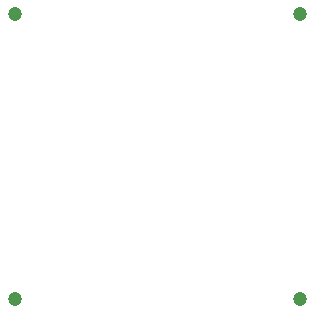
<source format=gbr>
G04 EAGLE Gerber RS-274X export*
G75*
%MOMM*%
%FSLAX34Y34*%
%LPD*%
%INSoldermask Bottom*%
%IPPOS*%
%AMOC8*
5,1,8,0,0,1.08239X$1,22.5*%
G01*
%ADD10C,1.203200*%


D10*
X31750Y273050D03*
X31750Y31750D03*
X273050Y31750D03*
X273050Y273050D03*
M02*

</source>
